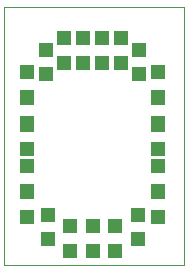
<source format=gtp>
G75*
%MOIN*%
%OFA0B0*%
%FSLAX24Y24*%
%IPPOS*%
%LPD*%
%AMOC8*
5,1,8,0,0,1.08239X$1,22.5*
%
%ADD10C,0.0000*%
%ADD11R,0.0472X0.0472*%
D10*
X002767Y002767D02*
X002767Y011367D01*
X008740Y011367D01*
X008740Y002767D01*
X002767Y002767D01*
D11*
X004954Y003228D03*
X005704Y003228D03*
X006454Y003228D03*
X007204Y003603D03*
X006454Y004055D03*
X005704Y004055D03*
X004954Y004055D03*
X004204Y003603D03*
X003517Y004353D03*
X004204Y004430D03*
X003517Y005180D03*
X003517Y005228D03*
X003517Y006055D03*
X003517Y006603D03*
X003517Y007430D03*
X003517Y007478D03*
X003517Y008305D03*
X003517Y008353D03*
X004142Y009103D03*
X003517Y009180D03*
X004767Y009478D03*
X005392Y009478D03*
X006017Y009478D03*
X006642Y009478D03*
X007892Y009180D03*
X007267Y009103D03*
X007892Y008353D03*
X007892Y008305D03*
X007892Y007478D03*
X007892Y007430D03*
X007892Y006603D03*
X007892Y006055D03*
X007892Y005228D03*
X007892Y005180D03*
X007204Y004430D03*
X007892Y004353D03*
X007267Y009930D03*
X006642Y010305D03*
X006017Y010305D03*
X005392Y010305D03*
X004767Y010305D03*
X004142Y009930D03*
M02*

</source>
